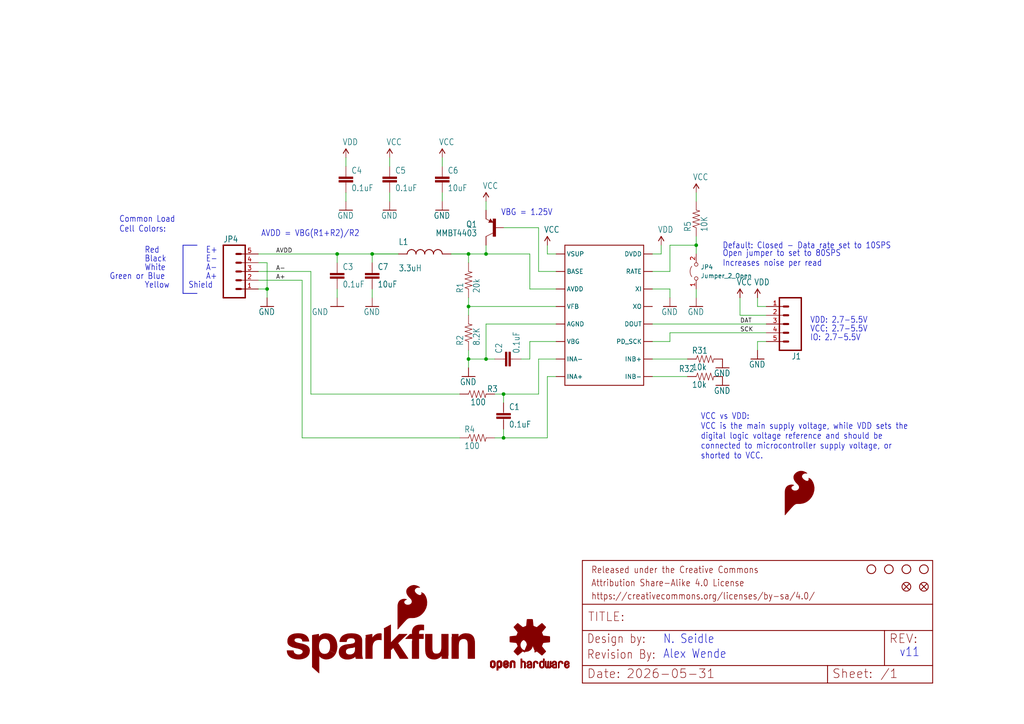
<source format=kicad_sch>
(kicad_sch (version 20230121) (generator eeschema)
  (paper "A4")
  (lib_symbols
    (symbol "Jumper:Jumper_2_Open" (pin_names (offset 0) hide)
      (property "Reference" "JP" (at 0 2.794 0))
      (property "Value" "Jumper_2_Open" (at 0 -2.286 0))
      (symbol "Jumper_2_Open_1_1"
        (pin passive line (at -5.08 0 0) (length 2.54) (name "A") (number "1"))
        (pin passive line (at 5.08 0 180) (length 2.54) (name "B") (number "2"))
      )
    )
    (symbol "SparkFun_HX711_Load_Cell-eagle-import:0.1UF-25V-5%(0603)"
      (property "Reference" "C" (at 1.524 2.921 0))
      (symbol "0.1UF-25V-5%(0603)_1_0"
        (pin passive line (at 0 5.08 270) (length 2.54) (name "1") (number "1"))
        (pin passive line (at 0 -2.54 90) (length 2.54) (name "2") (number "2"))
      )
    )
    (symbol "SparkFun_HX711_Load_Cell-eagle-import:100OHM-1/10W-1%(0603)"
      (property "Reference" "R" (at -3.81 1.4986 0))
      (symbol "100OHM-1/10W-1%(0603)_1_0"
        (pin passive line (at -5.08 0 0) (length 2.54) (name "1") (number "1"))
        (pin passive line (at 5.08 0 180) (length 2.54) (name "2") (number "2"))
      )
    )
    (symbol "SparkFun_HX711_Load_Cell-eagle-import:10KOHM-1/10W-1%(0603)0603"
      (property "Reference" "R" (at -3.81 1.4986 0))
      (symbol "10KOHM-1/10W-1%(0603)0603_1_0"
        (pin passive line (at -5.08 0 0) (length 2.54) (name "1") (number "1"))
        (pin passive line (at 5.08 0 180) (length 2.54) (name "2") (number "2"))
      )
    )
    (symbol "SparkFun_HX711_Load_Cell-eagle-import:10UF50V20%(1210)"
      (property "Reference" "C" (at 1.524 2.921 0))
      (symbol "10UF50V20%(1210)_1_0"
        (pin passive line (at 0 5.08 270) (length 2.54) (name "1") (number "1"))
        (pin passive line (at 0 -2.54 90) (length 2.54) (name "2") (number "2"))
      )
    )
    (symbol "SparkFun_HX711_Load_Cell-eagle-import:20KOHM1/10W1%(0603)"
      (property "Reference" "R" (at -3.81 1.4986 0))
      (symbol "20KOHM1/10W1%(0603)_1_0"
        (pin passive line (at -5.08 0 0) (length 2.54) (name "1") (number "1"))
        (pin passive line (at 5.08 0 180) (length 2.54) (name "2") (number "2"))
      )
    )
    (symbol "SparkFun_HX711_Load_Cell-eagle-import:8.2KOHM-1/10W-5%(0603)"
      (property "Reference" "R" (at -3.81 1.4986 0))
      (symbol "8.2KOHM-1/10W-5%(0603)_1_0"
        (pin passive line (at -5.08 0 0) (length 2.54) (name "1") (number "1"))
        (pin passive line (at 5.08 0 180) (length 2.54) (name "2") (number "2"))
      )
    )
    (symbol "SparkFun_HX711_Load_Cell-eagle-import:FIDUCIAL1X2")
    (symbol "SparkFun_HX711_Load_Cell-eagle-import:FRAME-LETTER"
      (symbol "FRAME-LETTER_2_0"
        (text "${#}/${##}" (at 86.36 1.27 0) (effects (font (size 2.54 2.54)) (justify left bottom)))
        (text "${CURRENT_DATE}" (at 12.7 1.27 0) (effects (font (size 2.54 2.54)) (justify left bottom)))
        (text "${PROJECTNAME}" (at 15.494 17.78 0) (effects (font (size 2.7432 2.7432)) (justify left bottom)))
        (text "Attribution Share-Alike 4.0 License" (at 2.54 27.94 0) (effects (font (size 1.9304 1.6408)) (justify left bottom)))
        (text "Date:" (at 1.27 1.27 0) (effects (font (size 2.54 2.54)) (justify left bottom)))
        (text "Design by:" (at 1.27 11.43 0) (effects (font (size 2.54 2.159)) (justify left bottom)))
        (text "https://creativecommons.org/licenses/by-sa/4.0/" (at 2.54 24.13 0) (effects (font (size 1.9304 1.6408)) (justify left bottom)))
        (text "Released under the Creative Commons" (at 2.54 31.75 0) (effects (font (size 1.9304 1.6408)) (justify left bottom)))
        (text "REV:" (at 88.9 11.43 0) (effects (font (size 2.54 2.54)) (justify left bottom)))
        (text "Sheet:" (at 72.39 1.27 0) (effects (font (size 2.54 2.54)) (justify left bottom)))
        (text "TITLE:" (at 1.524 17.78 0) (effects (font (size 2.54 2.54)) (justify left bottom)))
      )
    )
    (symbol "SparkFun_HX711_Load_Cell-eagle-import:GND" (power)
      (property "Value" "GND" (at -2.54 -2.54 0))
      (symbol "GND_1_0"
        (pin power_in line (at 0 2.54 270) (length 2.54) (name "GND") (number "1"))
      )
    )
    (symbol "SparkFun_HX711_Load_Cell-eagle-import:HX711HX711"
      (symbol "HX711HX711_1_0"
        (pin bidirectional line (at -15.24 17.78 0) (length 2.54) (name "VSUP") (number "1"))
        (pin bidirectional line (at 12.7 -12.7 180) (length 2.54) (name "INB+") (number "10"))
        (pin bidirectional line (at 12.7 -7.62 180) (length 2.54) (name "PD_SCK") (number "11"))
        (pin bidirectional line (at 12.7 -2.54 180) (length 2.54) (name "DOUT") (number "12"))
        (pin bidirectional line (at 12.7 2.54 180) (length 2.54) (name "XO") (number "13"))
        (pin bidirectional line (at 12.7 7.62 180) (length 2.54) (name "XI") (number "14"))
        (pin bidirectional line (at 12.7 12.7 180) (length 2.54) (name "RATE") (number "15"))
        (pin bidirectional line (at 12.7 17.78 180) (length 2.54) (name "DVDD") (number "16"))
        (pin bidirectional line (at -15.24 12.7 0) (length 2.54) (name "BASE") (number "2"))
        (pin bidirectional line (at -15.24 7.62 0) (length 2.54) (name "AVDD") (number "3"))
        (pin bidirectional line (at -15.24 2.54 0) (length 2.54) (name "VFB") (number "4"))
        (pin bidirectional line (at -15.24 -2.54 0) (length 2.54) (name "AGND") (number "5"))
        (pin bidirectional line (at -15.24 -7.62 0) (length 2.54) (name "VBG") (number "6"))
        (pin bidirectional line (at -15.24 -12.7 0) (length 2.54) (name "INA-") (number "7"))
        (pin bidirectional line (at -15.24 -17.78 0) (length 2.54) (name "INA+") (number "8"))
        (pin bidirectional line (at 12.7 -17.78 180) (length 2.54) (name "INB-") (number "9"))
      )
    )
    (symbol "SparkFun_HX711_Load_Cell-eagle-import:INDUCTOR0805-IND"
      (property "Reference" "L" (at 2.54 5.08 0))
      (symbol "INDUCTOR0805-IND_1_0"
        (pin passive line (at 0 7.62 270) (length 2.54) (name "1") (number "1"))
        (pin passive line (at 0 -7.62 90) (length 2.54) (name "2") (number "2"))
      )
    )
    (symbol "SparkFun_HX711_Load_Cell-eagle-import:M05PTH"
      (property "Reference" "J" (at -2.54 8.382 0))
      (symbol "M05PTH_1_0"
        (pin passive line (at 7.62 -5.08 180) (length 5.08) (name "1") (number "1"))
        (pin passive line (at 7.62 -2.54 180) (length 5.08) (name "2") (number "2"))
        (pin passive line (at 7.62 0 180) (length 5.08) (name "3") (number "3"))
        (pin passive line (at 7.62 2.54 180) (length 5.08) (name "4") (number "4"))
        (pin passive line (at 7.62 5.08 180) (length 5.08) (name "5") (number "5"))
      )
    )
    (symbol "SparkFun_HX711_Load_Cell-eagle-import:OSHW-LOGOS")
    (symbol "SparkFun_HX711_Load_Cell-eagle-import:REVISION"
      (symbol "REVISION_1_0"
        (text "Revision By:" (at 0 0 0) (effects (font (size 2.54 2.159)) (justify left bottom)))
      )
    )
    (symbol "SparkFun_HX711_Load_Cell-eagle-import:SFE_LOGO_FLAME.1_INCH")
    (symbol "SparkFun_HX711_Load_Cell-eagle-import:SFE_LOGO_NAME_FLAME.1_INCH")
    (symbol "SparkFun_HX711_Load_Cell-eagle-import:STAND-OFF")
    (symbol "SparkFun_HX711_Load_Cell-eagle-import:TRANSISTOR_PNPMMBT4403"
      (property "Reference" "Q" (at 5.08 0 0))
      (symbol "TRANSISTOR_PNPMMBT4403_1_0"
        (pin passive line (at -2.54 0 0) (length 2.54) (name "B") (number "1"))
        (pin passive line (at 2.54 5.08 270) (length 2.54) (name "E") (number "2"))
        (pin passive line (at 2.54 -5.08 90) (length 2.54) (name "C") (number "3"))
      )
    )
    (symbol "SparkFun_HX711_Load_Cell-eagle-import:VCC" (power)
      (property "Value" "VCC" (at -1.016 3.556 0))
      (symbol "VCC_1_0"
        (pin power_in line (at 0 0 90) (length 2.54) (name "VCC") (number "1"))
      )
    )
    (symbol "SparkFun_HX711_Load_Cell-eagle-import:VDD" (power)
      (property "Value" "VDD" (at -1.016 3.556 0))
      (symbol "VDD_1_0"
        (pin power_in line (at 0 0 90) (length 2.54) (name "VDD") (number "1"))
      )
    )
  )
  (junction (at 97.79 73.66))
  (junction (at 140.97 104.14))
  (junction (at 77.47 83.82))
  (junction (at 146.05 114.3))
  (junction (at 146.05 127))
  (junction (at 135.89 73.66))
  (junction (at 140.97 73.66))
  (junction (at 135.89 88.9))
  (junction (at 107.95 73.66))
  (junction (at 135.89 104.14))
  (junction (at 201.93 71.12))
  (wire (pts (xy 87.63 81.28) (xy 74.93 81.28)) (stroke (width 0.1524)))
  (wire (pts (xy 146.05 127) (xy 143.51 127)) (stroke (width 0.1524)))
  (wire (pts (xy 201.93 71.12) (xy 194.31 71.12)) (stroke (width 0.1524)))
  (wire (pts (xy 194.31 96.52) (xy 222.25 96.52)) (stroke (width 0.1524)))
  (wire (pts (xy 128.27 48.26) (xy 128.27 45.72)) (stroke (width 0.1524)))
  (wire (pts (xy 219.71 86.36) (xy 219.71 88.9)) (stroke (width 0.1524)))
  (wire (pts (xy 90.17 78.74) (xy 74.93 78.74)) (stroke (width 0.1524)))
  (wire (pts (xy 140.97 93.98) (xy 140.97 104.14)) (stroke (width 0.1524)))
  (wire (pts (xy 97.79 83.82) (xy 97.79 86.36)) (stroke (width 0.1524)))
  (wire (pts (xy 113.03 58.42) (xy 113.03 55.88)) (stroke (width 0.1524)))
  (wire (pts (xy 189.23 109.22) (xy 199.39 109.22)) (stroke (width 0.1524)))
  (wire (pts (xy 153.67 73.66) (xy 140.97 73.66)) (stroke (width 0.1524)))
  (polyline (pts (xy 53.086 71.12) (xy 57.15 71.12)) (stroke (width 0.2032) (type solid)))
  (wire (pts (xy 135.89 101.6) (xy 135.89 104.14)) (stroke (width 0.1524)))
  (wire (pts (xy 158.75 71.12) (xy 158.75 73.66)) (stroke (width 0.1524)))
  (wire (pts (xy 161.29 109.22) (xy 158.75 109.22)) (stroke (width 0.1524)))
  (wire (pts (xy 135.89 88.9) (xy 135.89 86.36)) (stroke (width 0.1524)))
  (wire (pts (xy 133.35 127) (xy 87.63 127)) (stroke (width 0.1524)))
  (wire (pts (xy 194.31 71.12) (xy 194.31 78.74)) (stroke (width 0.1524)))
  (wire (pts (xy 128.27 55.88) (xy 128.27 58.42)) (stroke (width 0.1524)))
  (wire (pts (xy 161.29 104.14) (xy 156.21 104.14)) (stroke (width 0.1524)))
  (wire (pts (xy 156.21 66.04) (xy 156.21 78.74)) (stroke (width 0.1524)))
  (wire (pts (xy 140.97 104.14) (xy 135.89 104.14)) (stroke (width 0.1524)))
  (wire (pts (xy 90.17 114.3) (xy 90.17 78.74)) (stroke (width 0.1524)))
  (wire (pts (xy 140.97 58.42) (xy 140.97 60.96)) (stroke (width 0.1524)))
  (wire (pts (xy 133.35 114.3) (xy 90.17 114.3)) (stroke (width 0.1524)))
  (wire (pts (xy 201.93 68.58) (xy 201.93 71.12)) (stroke (width 0.1524)))
  (wire (pts (xy 219.71 88.9) (xy 222.25 88.9)) (stroke (width 0.1524)))
  (wire (pts (xy 194.31 83.82) (xy 194.31 86.36)) (stroke (width 0.1524)))
  (wire (pts (xy 158.75 109.22) (xy 158.75 127)) (stroke (width 0.1524)))
  (wire (pts (xy 194.31 99.06) (xy 194.31 96.52)) (stroke (width 0.1524)))
  (wire (pts (xy 146.05 116.84) (xy 146.05 114.3)) (stroke (width 0.1524)))
  (wire (pts (xy 140.97 71.12) (xy 140.97 73.66)) (stroke (width 0.1524)))
  (wire (pts (xy 191.77 73.66) (xy 191.77 71.12)) (stroke (width 0.1524)))
  (wire (pts (xy 156.21 114.3) (xy 146.05 114.3)) (stroke (width 0.1524)))
  (wire (pts (xy 97.79 73.66) (xy 74.93 73.66)) (stroke (width 0.1524)))
  (wire (pts (xy 146.05 114.3) (xy 143.51 114.3)) (stroke (width 0.1524)))
  (wire (pts (xy 189.23 83.82) (xy 194.31 83.82)) (stroke (width 0.1524)))
  (wire (pts (xy 97.79 76.2) (xy 97.79 73.66)) (stroke (width 0.1524)))
  (wire (pts (xy 158.75 73.66) (xy 161.29 73.66)) (stroke (width 0.1524)))
  (wire (pts (xy 161.29 88.9) (xy 135.89 88.9)) (stroke (width 0.1524)))
  (wire (pts (xy 135.89 76.2) (xy 135.89 73.66)) (stroke (width 0.1524)))
  (wire (pts (xy 161.29 83.82) (xy 153.67 83.82)) (stroke (width 0.1524)))
  (wire (pts (xy 158.75 127) (xy 146.05 127)) (stroke (width 0.1524)))
  (wire (pts (xy 130.81 73.66) (xy 135.89 73.66)) (stroke (width 0.2032)))
  (wire (pts (xy 74.93 83.82) (xy 77.47 83.82)) (stroke (width 0.1524)))
  (wire (pts (xy 189.23 78.74) (xy 194.31 78.74)) (stroke (width 0.1524)))
  (wire (pts (xy 135.89 91.44) (xy 135.89 88.9)) (stroke (width 0.1524)))
  (wire (pts (xy 214.63 91.44) (xy 214.63 86.36)) (stroke (width 0.1524)))
  (wire (pts (xy 107.95 73.66) (xy 97.79 73.66)) (stroke (width 0.1524)))
  (wire (pts (xy 161.29 78.74) (xy 156.21 78.74)) (stroke (width 0.1524)))
  (wire (pts (xy 201.93 83.82) (xy 201.93 86.36)) (stroke (width 0.1524)))
  (wire (pts (xy 107.95 73.66) (xy 115.57 73.66)) (stroke (width 0.2032)))
  (wire (pts (xy 201.93 58.42) (xy 201.93 55.88)) (stroke (width 0.1524)))
  (polyline (pts (xy 53.086 85.09) (xy 57.15 85.09)) (stroke (width 0.2032) (type solid)))
  (wire (pts (xy 153.67 104.14) (xy 151.13 104.14)) (stroke (width 0.1524)))
  (wire (pts (xy 113.03 45.72) (xy 113.03 48.26)) (stroke (width 0.1524)))
  (wire (pts (xy 77.47 83.82) (xy 77.47 86.36)) (stroke (width 0.1524)))
  (wire (pts (xy 189.23 93.98) (xy 222.25 93.98)) (stroke (width 0.1524)))
  (wire (pts (xy 189.23 73.66) (xy 191.77 73.66)) (stroke (width 0.1524)))
  (wire (pts (xy 161.29 93.98) (xy 140.97 93.98)) (stroke (width 0.1524)))
  (wire (pts (xy 201.93 71.12) (xy 201.93 73.66)) (stroke (width 0.1524)))
  (wire (pts (xy 87.63 127) (xy 87.63 81.28)) (stroke (width 0.1524)))
  (wire (pts (xy 156.21 104.14) (xy 156.21 114.3)) (stroke (width 0.1524)))
  (wire (pts (xy 219.71 99.06) (xy 219.71 101.6)) (stroke (width 0.1524)))
  (wire (pts (xy 77.47 76.2) (xy 77.47 83.82)) (stroke (width 0.1524)))
  (wire (pts (xy 146.05 66.04) (xy 156.21 66.04)) (stroke (width 0.1524)))
  (wire (pts (xy 153.67 83.82) (xy 153.67 73.66)) (stroke (width 0.1524)))
  (polyline (pts (xy 53.086 71.12) (xy 53.086 85.09)) (stroke (width 0.2032) (type solid)))
  (wire (pts (xy 146.05 124.46) (xy 146.05 127)) (stroke (width 0.1524)))
  (wire (pts (xy 222.25 99.06) (xy 219.71 99.06)) (stroke (width 0.1524)))
  (wire (pts (xy 153.67 99.06) (xy 153.67 104.14)) (stroke (width 0.1524)))
  (wire (pts (xy 107.95 86.36) (xy 107.95 83.82)) (stroke (width 0.1524)))
  (wire (pts (xy 161.29 99.06) (xy 153.67 99.06)) (stroke (width 0.1524)))
  (wire (pts (xy 189.23 104.14) (xy 199.39 104.14)) (stroke (width 0.1524)))
  (wire (pts (xy 222.25 91.44) (xy 214.63 91.44)) (stroke (width 0.1524)))
  (wire (pts (xy 189.23 99.06) (xy 194.31 99.06)) (stroke (width 0.1524)))
  (wire (pts (xy 74.93 76.2) (xy 77.47 76.2)) (stroke (width 0.1524)))
  (wire (pts (xy 143.51 104.14) (xy 140.97 104.14)) (stroke (width 0.1524)))
  (wire (pts (xy 100.33 45.72) (xy 100.33 48.26)) (stroke (width 0.1524)))
  (wire (pts (xy 100.33 58.42) (xy 100.33 55.88)) (stroke (width 0.1524)))
  (wire (pts (xy 107.95 73.66) (xy 107.95 76.2)) (stroke (width 0.1524)))
  (wire (pts (xy 140.97 73.66) (xy 135.89 73.66)) (stroke (width 0.1524)))
  (wire (pts (xy 135.89 106.68) (xy 135.89 104.14)) (stroke (width 0.1524)))
  (text "AVDD = VBG(R1+R2)/R2" (at 75.692 68.834 0) (effects (font (size 1.778 1.5113)) (justify left bottom)))
  (text "Default: Closed - Data rate set to 10SPS" (at 209.55 72.39 0) (effects (font (size 1.778 1.5113)) (justify left bottom)))
  (text "VCC vs VDD:\nVCC is the main supply voltage, while VDD sets the\ndigital logic voltage reference and should be\nconnected to microcontroller supply voltage, or\nshorted to VCC." (at 203.2 133.35 0) (effects (font (size 1.778 1.5113)) (justify left bottom)))
  (text "E+" (at 59.69 73.66 0) (effects (font (size 1.778 1.5113)) (justify left bottom)))
  (text "Black" (at 41.91 76.2 0) (effects (font (size 1.778 1.5113)) (justify left bottom)))
  (text "N. Seidle" (at 192.278 186.944 0) (effects (font (size 2.54 2.159)) (justify left bottom)))
  (text "A-" (at 59.69 78.74 0) (effects (font (size 1.778 1.5113)) (justify left bottom)))
  (text "Green or Blue" (at 31.75 81.28 0) (effects (font (size 1.778 1.5113)) (justify left bottom)))
  (text "Red" (at 41.91 73.66 0) (effects (font (size 1.778 1.5113)) (justify left bottom)))
  (text "Shield" (at 54.61 83.82 0) (effects (font (size 1.778 1.5113)) (justify left bottom)))
  (text "Yellow" (at 41.91 83.82 0) (effects (font (size 1.778 1.5113)) (justify left bottom)))
  (text "White" (at 41.91 78.74 0) (effects (font (size 1.778 1.5113)) (justify left bottom)))
  (text "IO: 2.7-5.5V" (at 234.95 99.06 0) (effects (font (size 1.778 1.5113)) (justify left bottom)))
  (text "VBG = 1.25V" (at 145.288 62.738 0) (effects (font (size 1.778 1.5113)) (justify left bottom)))
  (text "VDD: 2.7-5.5V" (at 234.95 93.98 0) (effects (font (size 1.778 1.5113)) (justify left bottom)))
  (text "v11" (at 260.858 190.754 0) (effects (font (size 2.54 2.159)) (justify left bottom)))
  (text "Alex Wende" (at 192.278 191.262 0) (effects (font (size 2.54 2.159)) (justify left bottom)))
  (text "Open jumper to set to 80SPS\nIncreases noise per read" (at 209.55 77.47 0) (effects (font (size 1.778 1.5113)) (justify left bottom)))
  (text "Common Load\nCell Colors:" (at 34.544 67.564 0) (effects (font (size 1.778 1.5113)) (justify left bottom)))
  (text "A+" (at 59.69 81.28 0) (effects (font (size 1.778 1.5113)) (justify left bottom)))
  (text "VCC: 2.7-5.5V" (at 234.95 96.52 0) (effects (font (size 1.778 1.5113)) (justify left bottom)))
  (text "E-" (at 59.69 76.2 0) (effects (font (size 1.778 1.5113)) (justify left bottom)))
  (label "SCK" (at 214.63 96.52 0) (effects (font (size 1.2446 1.2446))))
  (label "AVDD" (at 80.01 73.66 0) (effects (font (size 1.2446 1.2446))))
  (label "DAT" (at 214.63 93.98 0) (effects (font (size 1.2446 1.2446))))
  (label "A+" (at 80.01 81.28 0) (effects (font (size 1.2446 1.2446))))
  (label "A-" (at 80.01 78.74 0) (effects (font (size 1.2446 1.2446))))
  (symbol (lib_id "SparkFun_HX711_Load_Cell-eagle-import:GND") (at 107.95 88.9 0) (unit 1)
    (property "Reference" "#GND5" (effects hide))
    (property "Value" "GND" (at 105.41 91.44 0) (effects (font (size 1.778 1.5113)) (justify left bottom)))
    (instances (project "SparkFun_HX711_Load_Cell" (path "" (reference "#GND5") (unit 1))) (project "Adafruit HUZZAH32 ESP32 Feather" (path "" (reference "#GND016") (unit 1))))
  )
  (symbol (lib_id "SparkFun_HX711_Load_Cell-eagle-import:STAND-OFF") (at 267.97 165.1 0) (unit 1)
    (property "Reference" "STANDOFF1" (effects hide))
    (property "Value" "STAND-OFF" (effects hide))
    (property "Footprint" "SparkFun_HX711_Load_Cell:STAND-OFF" (effects hide))
    (instances (project "SparkFun_HX711_Load_Cell" (path "" (reference "STANDOFF1") (unit 1))) (project "Adafruit HUZZAH32 ESP32 Feather" (path "" (reference "STANDOFF4") (unit 1))))
  )
  (symbol (lib_id "SparkFun_HX711_Load_Cell-eagle-import:VCC") (at 158.75 71.12 0) (unit 1)
    (property "Reference" "#SUPPLY3" (effects hide))
    (property "Value" "VCC" (at 157.734 67.564 0) (effects (font (size 1.778 1.5113)) (justify left bottom)))
    (instances (project "SparkFun_HX711_Load_Cell" (path "" (reference "#SUPPLY3") (unit 1))) (project "Adafruit HUZZAH32 ESP32 Feather" (path "" (reference "#SUPPLY026") (unit 1))))
  )
  (symbol (lib_id "SparkFun_HX711_Load_Cell-eagle-import:8.2KOHM-1/10W-5%(0603)") (at 135.89 96.52 90) (unit 1)
    (property "Reference" "R2" (at 134.3914 100.33 0) (effects (font (size 1.778 1.5113)) (justify left bottom)))
    (property "Value" "8.2K" (at 139.192 100.33 0) (effects (font (size 1.778 1.5113)) (justify left bottom)))
    (property "Footprint" "SparkFun_HX711_Load_Cell:0603-RES" (effects hide))
    (instances (project "SparkFun_HX711_Load_Cell" (path "" (reference "R2") (unit 1))) (project "Adafruit HUZZAH32 ESP32 Feather" (path "" (reference "R27") (unit 1))))
  )
  (symbol (lib_id "SparkFun_HX711_Load_Cell-eagle-import:VCC") (at 214.63 86.36 0) (unit 1)
    (property "Reference" "#SUPPLY5" (effects hide))
    (property "Value" "VCC" (at 213.614 82.804 0) (effects (font (size 1.778 1.5113)) (justify left bottom)))
    (instances (project "SparkFun_HX711_Load_Cell" (path "" (reference "#SUPPLY5") (unit 1))) (project "Adafruit HUZZAH32 ESP32 Feather" (path "" (reference "#SUPPLY029") (unit 1))))
  )
  (symbol (lib_id "SparkFun_HX711_Load_Cell-eagle-import:10UF50V20%(1210)") (at 107.95 81.28 0) (unit 1)
    (property "Reference" "C7" (at 109.474 78.359 0) (effects (font (size 1.778 1.5113)) (justify left bottom)))
    (property "Value" "10uF" (at 109.474 83.439 0) (effects (font (size 1.778 1.5113)) (justify left bottom)))
    (property "Footprint" "SparkFun_HX711_Load_Cell:1210" (effects hide))
    (instances (project "SparkFun_HX711_Load_Cell" (path "" (reference "C7") (unit 1))) (project "Adafruit HUZZAH32 ESP32 Feather" (path "" (reference "C14") (unit 1))))
  )
  (symbol (lib_id "SparkFun_HX711_Load_Cell-eagle-import:20KOHM1/10W1%(0603)") (at 204.47 104.14 0) (unit 1)
    (property "Reference" "R31" (at 200.66 102.6414 0) (effects (font (size 1.778 1.5113)) (justify left bottom)))
    (property "Value" "10k" (at 200.66 107.442 0) (effects (font (size 1.778 1.5113)) (justify left bottom)))
    (property "Footprint" "SparkFun_HX711_Load_Cell:0603-RES" (effects hide))
  )
  (symbol (lib_id "SparkFun_HX711_Load_Cell-eagle-import:REVISION") (at 170.18 191.262 0) (unit 1)
    (property "Reference" "U$1" (effects hide))
    (property "Value" "REVISION" (effects hide))
    (property "Footprint" "SparkFun_HX711_Load_Cell:REVISION" (effects hide))
  )
  (symbol (lib_id "SparkFun_HX711_Load_Cell-eagle-import:0.1UF-25V-5%(0603)") (at 100.33 53.34 0) (unit 1)
    (property "Reference" "C4" (at 101.854 50.419 0) (effects (font (size 1.778 1.5113)) (justify left bottom)))
    (property "Value" "0.1uF" (at 101.854 55.499 0) (effects (font (size 1.778 1.5113)) (justify left bottom)))
    (property "Footprint" "SparkFun_HX711_Load_Cell:0603-CAP" (effects hide))
    (instances (project "SparkFun_HX711_Load_Cell" (path "" (reference "C4") (unit 1))) (project "Adafruit HUZZAH32 ESP32 Feather" (path "" (reference "C13") (unit 1))))
  )
  (symbol (lib_id "Jumper:Jumper_2_Open") (at 201.93 78.74 90) (unit 1)
    (property "Reference" "JP4" (at 203.2 77.47 90) (effects (justify right)))
    (property "Value" "Jumper_2_Open" (at 203.2 80.01 90) (effects (justify right)))
    (property "Footprint" "Jumper:SolderJumper-2_P1.3mm_Open_Pad1.0x1.5mm" (effects hide))
  )
  (symbol (lib_id "SparkFun_HX711_Load_Cell-eagle-import:SFE_LOGO_FLAME.1_INCH") (at 227.33 149.86 0) (unit 1)
    (property "Reference" "LOGO3" (effects hide))
    (property "Value" "SFE_LOGO_FLAME.1_INCH" (effects hide))
    (property "Footprint" "SparkFun_HX711_Load_Cell:SFE_LOGO_FLAME_.1" (effects hide))
    (instances (project "SparkFun_HX711_Load_Cell" (path "" (reference "LOGO3") (unit 1))) (project "Adafruit HUZZAH32 ESP32 Feather" (path "" (reference "LOGO4") (unit 1))))
  )
  (symbol (lib_id "SparkFun_HX711_Load_Cell-eagle-import:M05PTH") (at 229.87 93.98 180) (unit 1)
    (property "Reference" "J1" (at 232.41 102.362 0) (effects (font (size 1.778 1.5113)) (justify left bottom)))
    (property "Value" "M05PTH" (effects hide))
    (property "Footprint" "SparkFun_HX711_Load_Cell:1X05" (effects hide))
    (instances (project "SparkFun_HX711_Load_Cell" (path "" (reference "J1") (unit 1))) (project "Adafruit HUZZAH32 ESP32 Feather" (path "" (reference "J5") (unit 1))))
  )
  (symbol (lib_id "SparkFun_HX711_Load_Cell-eagle-import:GND") (at 209.55 111.76 0) (unit 1)
    (property "Reference" "#GND01" (effects hide))
    (property "Value" "GND" (at 207.01 114.3 0) (effects (font (size 1.778 1.5113)) (justify left bottom)))
  )
  (symbol (lib_id "SparkFun_HX711_Load_Cell-eagle-import:SFE_LOGO_NAME_FLAME.1_INCH") (at 82.55 195.58 0) (unit 1)
    (property "Reference" "LOGO1" (effects hide))
    (property "Value" "SFE_LOGO_NAME_FLAME.1_INCH" (effects hide))
    (property "Footprint" "SparkFun_HX711_Load_Cell:SFE_LOGO_NAME_FLAME_.1" (effects hide))
    (instances (project "SparkFun_HX711_Load_Cell" (path "" (reference "LOGO1") (unit 1))) (project "Adafruit HUZZAH32 ESP32 Feather" (path "" (reference "LOGO3") (unit 1))))
  )
  (symbol (lib_id "SparkFun_HX711_Load_Cell-eagle-import:GND") (at 194.31 88.9 0) (unit 1)
    (property "Reference" "#GND2" (effects hide))
    (property "Value" "GND" (at 191.77 91.44 0) (effects (font (size 1.778 1.5113)) (justify left bottom)))
    (instances (project "SparkFun_HX711_Load_Cell" (path "" (reference "#GND2") (unit 1))) (project "Adafruit HUZZAH32 ESP32 Feather" (path "" (reference "#GND020") (unit 1))))
  )
  (symbol (lib_id "SparkFun_HX711_Load_Cell-eagle-import:VCC") (at 113.03 45.72 0) (unit 1)
    (property "Reference" "#SUPPLY7" (effects hide))
    (property "Value" "VCC" (at 112.014 42.164 0) (effects (font (size 1.778 1.5113)) (justify left bottom)))
    (instances (project "SparkFun_HX711_Load_Cell" (path "" (reference "#SUPPLY7") (unit 1))) (project "Adafruit HUZZAH32 ESP32 Feather" (path "" (reference "#SUPPLY023") (unit 1))))
  )
  (symbol (lib_id "SparkFun_HX711_Load_Cell-eagle-import:0.1UF-25V-5%(0603)") (at 148.59 104.14 90) (unit 1)
    (property "Reference" "C2" (at 145.669 102.616 0) (effects (font (size 1.778 1.5113)) (justify left bottom)))
    (property "Value" "0.1uF" (at 150.749 102.616 0) (effects (font (size 1.778 1.5113)) (justify left bottom)))
    (property "Footprint" "SparkFun_HX711_Load_Cell:0603-CAP" (effects hide))
    (instances (project "SparkFun_HX711_Load_Cell" (path "" (reference "C2") (unit 1))) (project "Adafruit HUZZAH32 ESP32 Feather" (path "" (reference "C18") (unit 1))))
  )
  (symbol (lib_id "SparkFun_HX711_Load_Cell-eagle-import:STAND-OFF") (at 262.89 165.1 0) (unit 1)
    (property "Reference" "STANDOFF2" (effects hide))
    (property "Value" "STAND-OFF" (effects hide))
    (property "Footprint" "SparkFun_HX711_Load_Cell:STAND-OFF" (effects hide))
    (instances (project "SparkFun_HX711_Load_Cell" (path "" (reference "STANDOFF2") (unit 1))) (project "Adafruit HUZZAH32 ESP32 Feather" (path "" (reference "STANDOFF3") (unit 1))))
  )
  (symbol (lib_id "SparkFun_HX711_Load_Cell-eagle-import:100OHM-1/10W-1%(0603)") (at 138.43 127 0) (unit 1)
    (property "Reference" "R4" (at 134.62 125.5014 0) (effects (font (size 1.778 1.5113)) (justify left bottom)))
    (property "Value" "100" (at 134.62 130.302 0) (effects (font (size 1.778 1.5113)) (justify left bottom)))
    (property "Footprint" "SparkFun_HX711_Load_Cell:0603-RES" (effects hide))
    (instances (project "SparkFun_HX711_Load_Cell" (path "" (reference "R4") (unit 1))) (project "Adafruit HUZZAH32 ESP32 Feather" (path "" (reference "R29") (unit 1))))
  )
  (symbol (lib_id "SparkFun_HX711_Load_Cell-eagle-import:FRAME-LETTER") (at 168.91 198.12 0) (unit 2)
    (property "Reference" "FRAME1" (effects hide))
    (property "Value" "FRAME-LETTER" (effects hide))
    (property "Footprint" "SparkFun_HX711_Load_Cell:CREATIVE_COMMONS" (effects hide))
    (instances (project "SparkFun_HX711_Load_Cell" (path "" (reference "FRAME1") (unit 2))) (project "Adafruit HUZZAH32 ESP32 Feather" (path "" (reference "FRAME2") (unit 2))))
  )
  (symbol (lib_id "SparkFun_HX711_Load_Cell-eagle-import:100OHM-1/10W-1%(0603)") (at 138.43 114.3 0) (unit 1)
    (property "Reference" "R3" (at 141.224 113.792 0) (effects (font (size 1.778 1.5113)) (justify left bottom)))
    (property "Value" "100" (at 136.398 117.602 0) (effects (font (size 1.778 1.5113)) (justify left bottom)))
    (property "Footprint" "SparkFun_HX711_Load_Cell:0603-RES" (effects hide))
    (instances (project "SparkFun_HX711_Load_Cell" (path "" (reference "R3") (unit 1))) (project "Adafruit HUZZAH32 ESP32 Feather" (path "" (reference "R28") (unit 1))))
  )
  (symbol (lib_id "SparkFun_HX711_Load_Cell-eagle-import:0.1UF-25V-5%(0603)") (at 97.79 81.28 0) (unit 1)
    (property "Reference" "C3" (at 99.314 78.359 0) (effects (font (size 1.778 1.5113)) (justify left bottom)))
    (property "Value" "0.1uF" (at 99.314 83.439 0) (effects (font (size 1.778 1.5113)) (justify left bottom)))
    (property "Footprint" "SparkFun_HX711_Load_Cell:0603-CAP" (effects hide))
    (instances (project "SparkFun_HX711_Load_Cell" (path "" (reference "C3") (unit 1))) (project "Adafruit HUZZAH32 ESP32 Feather" (path "" (reference "C12") (unit 1))))
  )
  (symbol (lib_id "SparkFun_HX711_Load_Cell-eagle-import:10UF50V20%(1210)") (at 128.27 53.34 0) (unit 1)
    (property "Reference" "C6" (at 129.794 50.419 0) (effects (font (size 1.778 1.5113)) (justify left bottom)))
    (property "Value" "10uF" (at 129.794 55.499 0) (effects (font (size 1.778 1.5113)) (justify left bottom)))
    (property "Footprint" "SparkFun_HX711_Load_Cell:1210" (effects hide))
    (instances (project "SparkFun_HX711_Load_Cell" (path "" (reference "C6") (unit 1))) (project "Adafruit HUZZAH32 ESP32 Feather" (path "" (reference "C16") (unit 1))))
  )
  (symbol (lib_id "SparkFun_HX711_Load_Cell-eagle-import:GND") (at 128.27 60.96 0) (unit 1)
    (property "Reference" "#GND3" (effects hide))
    (property "Value" "GND" (at 125.73 63.5 0) (effects (font (size 1.778 1.5113)) (justify left bottom)))
    (instances (project "SparkFun_HX711_Load_Cell" (path "" (reference "#GND3") (unit 1))) (project "Adafruit HUZZAH32 ESP32 Feather" (path "" (reference "#GND018") (unit 1))))
  )
  (symbol (lib_id "SparkFun_HX711_Load_Cell-eagle-import:VCC") (at 140.97 58.42 0) (unit 1)
    (property "Reference" "#SUPPLY1" (effects hide))
    (property "Value" "VCC" (at 139.954 54.864 0) (effects (font (size 1.778 1.5113)) (justify left bottom)))
    (instances (project "SparkFun_HX711_Load_Cell" (path "" (reference "#SUPPLY1") (unit 1))) (project "Adafruit HUZZAH32 ESP32 Feather" (path "" (reference "#SUPPLY025") (unit 1))))
  )
  (symbol (lib_id "SparkFun_HX711_Load_Cell-eagle-import:OSHW-LOGOS") (at 153.67 185.42 0) (unit 1)
    (property "Reference" "U7" (effects hide))
    (property "Value" "OSHW-LOGOS" (effects hide))
    (property "Footprint" "SparkFun_HX711_Load_Cell:OSHW-LOGO-S" (effects hide))
    (instances (project "SparkFun_HX711_Load_Cell" (path "" (reference "U7") (unit 1))) (project "Adafruit HUZZAH32 ESP32 Feather" (path "" (reference "U5") (unit 1))))
  )
  (symbol (lib_id "SparkFun_HX711_Load_Cell-eagle-import:GND") (at 100.33 60.96 0) (unit 1)
    (property "Reference" "#GND10" (effects hide))
    (property "Value" "GND" (at 97.79 63.5 0) (effects (font (size 1.778 1.5113)) (justify left bottom)))
    (instances (project "SparkFun_HX711_Load_Cell" (path "" (reference "#GND10") (unit 1))) (project "Adafruit HUZZAH32 ESP32 Feather" (path "" (reference "#GND015") (unit 1))))
  )
  (symbol (lib_id "SparkFun_HX711_Load_Cell-eagle-import:GND") (at 97.79 88.9 0) (unit 1)
    (property "Reference" "#GND6" (effects hide))
    (property "Value" "GND" (at 95.25 91.44 0) (effects (font (size 1.778 1.5113)) (justify right bottom)))
    (instances (project "SparkFun_HX711_Load_Cell" (path "" (reference "#GND6") (unit 1))) (project "Adafruit HUZZAH32 ESP32 Feather" (path "" (reference "#GND014") (unit 1))))
  )
  (symbol (lib_id "SparkFun_HX711_Load_Cell-eagle-import:VDD") (at 100.33 45.72 0) (unit 1)
    (property "Reference" "#SUPPLY9" (effects hide))
    (property "Value" "VDD" (at 99.314 42.164 0) (effects (font (size 1.778 1.5113)) (justify left bottom)))
    (instances (project "SparkFun_HX711_Load_Cell" (path "" (reference "#SUPPLY9") (unit 1))) (project "Adafruit HUZZAH32 ESP32 Feather" (path "" (reference "#SUPPLY022") (unit 1))))
  )
  (symbol (lib_id "SparkFun_HX711_Load_Cell-eagle-import:TRANSISTOR_PNPMMBT4403") (at 143.51 66.04 0) (mirror y) (unit 1)
    (property "Reference" "Q1" (at 138.43 66.04 0) (effects (font (size 1.778 1.5113)) (justify left bottom)))
    (property "Value" "MMBT4403" (at 138.43 68.58 0) (effects (font (size 1.778 1.5113)) (justify left bottom)))
    (property "Footprint" "SparkFun_HX711_Load_Cell:SOT23-3" (effects hide))
    (instances (project "SparkFun_HX711_Load_Cell" (path "" (reference "Q1") (unit 1))) (project "Adafruit HUZZAH32 ESP32 Feather" (path "" (reference "Q12") (unit 1))))
  )
  (symbol (lib_id "SparkFun_HX711_Load_Cell-eagle-import:0.1UF-25V-5%(0603)") (at 146.05 121.92 0) (unit 1)
    (property "Reference" "C1" (at 147.574 118.999 0) (effects (font (size 1.778 1.5113)) (justify left bottom)))
    (property "Value" "0.1uF" (at 147.574 124.079 0) (effects (font (size 1.778 1.5113)) (justify left bottom)))
    (property "Footprint" "SparkFun_HX711_Load_Cell:0603-CAP" (effects hide))
    (instances (project "SparkFun_HX711_Load_Cell" (path "" (reference "C1") (unit 1))) (project "Adafruit HUZZAH32 ESP32 Feather" (path "" (reference "C17") (unit 1))))
  )
  (symbol (lib_id "SparkFun_HX711_Load_Cell-eagle-import:FIDUCIAL1X2") (at 262.89 170.18 0) (unit 1)
    (property "Reference" "FID2" (effects hide))
    (property "Value" "FIDUCIAL1X2" (effects hide))
    (property "Footprint" "SparkFun_HX711_Load_Cell:FIDUCIAL-1X2" (effects hide))
    (instances (project "SparkFun_HX711_Load_Cell" (path "" (reference "FID2") (unit 1))) (project "Adafruit HUZZAH32 ESP32 Feather" (path "" (reference "FID1") (unit 1))))
  )
  (symbol (lib_id "SparkFun_HX711_Load_Cell-eagle-import:GND") (at 219.71 104.14 0) (unit 1)
    (property "Reference" "#GND1" (effects hide))
    (property "Value" "GND" (at 217.17 106.68 0) (effects (font (size 1.778 1.5113)) (justify left bottom)))
    (instances (project "SparkFun_HX711_Load_Cell" (path "" (reference "#GND1") (unit 1))) (project "Adafruit HUZZAH32 ESP32 Feather" (path "" (reference "#GND022") (unit 1))))
  )
  (symbol (lib_id "SparkFun_HX711_Load_Cell-eagle-import:M05PTH") (at 67.31 78.74 0) (unit 1)
    (property "Reference" "JP4" (at 64.77 70.358 0) (effects (font (size 1.778 1.5113)) (justify left bottom)))
    (property "Value" "M05PTH" (effects hide))
    (property "Footprint" "SparkFun_HX711_Load_Cell:1X05" (effects hide))
    (instances (project "SparkFun_HX711_Load_Cell" (path "" (reference "JP4") (unit 1))) (project "Adafruit HUZZAH32 ESP32 Feather" (path "" (reference "JP7") (unit 1))))
  )
  (symbol (lib_id "SparkFun_HX711_Load_Cell-eagle-import:VCC") (at 128.27 45.72 0) (unit 1)
    (property "Reference" "#SUPPLY2" (effects hide))
    (property "Value" "VCC" (at 127.254 42.164 0) (effects (font (size 1.778 1.5113)) (justify left bottom)))
    (instances (project "SparkFun_HX711_Load_Cell" (path "" (reference "#SUPPLY2") (unit 1))) (project "Adafruit HUZZAH32 ESP32 Feather" (path "" (reference "#SUPPLY024") (unit 1))))
  )
  (symbol (lib_id "SparkFun_HX711_Load_Cell-eagle-import:STAND-OFF") (at 257.81 165.1 0) (unit 1)
    (property "Reference" "STANDOFF3" (effects hide))
    (property "Value" "STAND-OFF" (effects hide))
    (property "Footprint" "SparkFun_HX711_Load_Cell:STAND-OFF" (effects hide))
    (instances (project "SparkFun_HX711_Load_Cell" (path "" (reference "STANDOFF3") (unit 1))) (project "Adafruit HUZZAH32 ESP32 Feather" (path "" (reference "STANDOFF2") (unit 1))))
  )
  (symbol (lib_id "SparkFun_HX711_Load_Cell-eagle-import:GND") (at 77.47 88.9 0) (unit 1)
    (property "Reference" "#GND4" (effects hide))
    (property "Value" "GND" (at 74.93 91.44 0) (effects (font (size 1.778 1.5113)) (justify left bottom)))
    (instances (project "SparkFun_HX711_Load_Cell" (path "" (reference "#GND4") (unit 1))) (project "Adafruit HUZZAH32 ESP32 Feather" (path "" (reference "#GND013") (unit 1))))
  )
  (symbol (lib_id "SparkFun_HX711_Load_Cell-eagle-import:10KOHM-1/10W-1%(0603)0603") (at 201.93 63.5 90) (unit 1)
    (property "Reference" "R5" (at 200.4314 67.31 0) (effects (font (size 1.778 1.5113)) (justify left bottom)))
    (property "Value" "10K" (at 205.232 67.31 0) (effects (font (size 1.778 1.5113)) (justify left bottom)))
    (property "Footprint" "SparkFun_HX711_Load_Cell:0603-RES" (effects hide))
    (instances (project "SparkFun_HX711_Load_Cell" (path "" (reference "R5") (unit 1))) (project "Adafruit HUZZAH32 ESP32 Feather" (path "" (reference "R30") (unit 1))))
  )
  (symbol (lib_id "SparkFun_HX711_Load_Cell-eagle-import:VDD") (at 191.77 71.12 0) (unit 1)
    (property "Reference" "#SUPPLY4" (effects hide))
    (property "Value" "VDD" (at 190.754 67.564 0) (effects (font (size 1.778 1.5113)) (justify left bottom)))
    (instances (project "SparkFun_HX711_Load_Cell" (path "" (reference "#SUPPLY4") (unit 1))) (project "Adafruit HUZZAH32 ESP32 Feather" (path "" (reference "#SUPPLY027") (unit 1))))
  )
  (symbol (lib_id "SparkFun_HX711_Load_Cell-eagle-import:VDD") (at 219.71 86.36 0) (unit 1)
    (property "Reference" "#SUPPLY8" (effects hide))
    (property "Value" "VDD" (at 218.694 82.804 0) (effects (font (size 1.778 1.5113)) (justify left bottom)))
    (instances (project "SparkFun_HX711_Load_Cell" (path "" (reference "#SUPPLY8") (unit 1))) (project "Adafruit HUZZAH32 ESP32 Feather" (path "" (reference "#SUPPLY030") (unit 1))))
  )
  (symbol (lib_id "SparkFun_HX711_Load_Cell-eagle-import:20KOHM1/10W1%(0603)") (at 204.47 109.22 0) (unit 1)
    (property "Reference" "R32" (at 196.85 107.95 0) (effects (font (size 1.778 1.5113)) (justify left bottom)))
    (property "Value" "10k" (at 200.66 112.522 0) (effects (font (size 1.778 1.5113)) (justify left bottom)))
    (property "Footprint" "SparkFun_HX711_Load_Cell:0603-RES" (effects hide))
  )
  (symbol (lib_id "SparkFun_HX711_Load_Cell-eagle-import:FIDUCIAL1X2") (at 267.97 170.18 0) (unit 1)
    (property "Reference" "FID1" (effects hide))
    (property "Value" "FIDUCIAL1X2" (effects hide))
    (property "Footprint" "SparkFun_HX711_Load_Cell:FIDUCIAL-1X2" (effects hide))
    (instances (project "SparkFun_HX711_Load_Cell" (path "" (reference "FID1") (unit 1))) (project "Adafruit HUZZAH32 ESP32 Feather" (path "" (reference "FID2") (unit 1))))
  )
  (symbol (lib_id "SparkFun_HX711_Load_Cell-eagle-import:VCC") (at 201.93 55.88 0) (unit 1)
    (property "Reference" "#SUPPLY6" (effects hide))
    (property "Value" "VCC" (at 200.914 52.324 0) (effects (font (size 1.778 1.5113)) (justify left bottom)))
    (instances (project "SparkFun_HX711_Load_Cell" (path "" (reference "#SUPPLY6") (unit 1))) (project "Adafruit HUZZAH32 ESP32 Feather" (path "" (reference "#SUPPLY028") (unit 1))))
  )
  (symbol (lib_id "SparkFun_HX711_Load_Cell-eagle-import:GND") (at 201.93 88.9 0) (unit 1)
    (property "Reference" "#GND7" (effects hide))
    (property "Value" "GND" (at 199.39 91.44 0) (effects (font (size 1.778 1.5113)) (justify left bottom)))
    (instances (project "SparkFun_HX711_Load_Cell" (path "" (reference "#GND7") (unit 1))) (project "Adafruit HUZZAH32 ESP32 Feather" (path "" (reference "#GND021") (unit 1))))
  )
  (symbol (lib_id "SparkFun_HX711_Load_Cell-eagle-import:STAND-OFF") (at 252.73 165.1 0) (unit 1)
    (property "Reference" "STANDOFF4" (effects hide))
    (property "Value" "STAND-OFF" (effects hide))
    (property "Footprint" "SparkFun_HX711_Load_Cell:STAND-OFF" (effects hide))
    (instances (project "SparkFun_HX711_Load_Cell" (path "" (reference "STANDOFF4") (unit 1))) (project "Adafruit HUZZAH32 ESP32 Feather" (path "" (reference "STANDOFF1") (unit 1))))
  )
  (symbol (lib_id "SparkFun_HX711_Load_Cell-eagle-import:GND") (at 113.03 60.96 0) (unit 1)
    (property "Reference" "#GND8" (effects hide))
    (property "Value" "GND" (at 110.49 63.5 0) (effects (font (size 1.778 1.5113)) (justify left bottom)))
    (instances (project "SparkFun_HX711_Load_Cell" (path "" (reference "#GND8") (unit 1))) (project "Adafruit HUZZAH32 ESP32 Feather" (path "" (reference "#GND017") (unit 1))))
  )
  (symbol (lib_id "SparkFun_HX711_Load_Cell-eagle-import:GND") (at 135.89 109.22 0) (unit 1)
    (property "Reference" "#GND9" (effects hide))
    (property "Value" "GND" (at 133.35 111.76 0) (effects (font (size 1.778 1.5113)) (justify left bottom)))
    (instances (project "SparkFun_HX711_Load_Cell" (path "" (reference "#GND9") (unit 1))) (project "Adafruit HUZZAH32 ESP32 Feather" (path "" (reference "#GND019") (unit 1))))
  )
  (symbol (lib_id "SparkFun_HX711_Load_Cell-eagle-import:INDUCTOR0805-IND") (at 123.19 73.66 90) (unit 1)
    (property "Reference" "L1" (at 115.57 71.12 90) (effects (font (size 1.778 1.5113)) (justify right top)))
    (property "Value" "3.3uH" (at 115.57 78.74 90) (effects (font (size 1.778 1.5113)) (justify right top)))
    (property "Footprint" "SparkFun_HX711_Load_Cell:0805" (effects hide))
  )
  (symbol (lib_id "SparkFun_HX711_Load_Cell-eagle-import:GND") (at 209.55 106.68 0) (unit 1)
    (property "Reference" "#GND08" (effects hide))
    (property "Value" "GND" (at 207.01 109.22 0) (effects (font (size 1.778 1.5113)) (justify left bottom)))
  )
  (symbol (lib_id "SparkFun_HX711_Load_Cell-eagle-import:HX711HX711") (at 176.53 91.44 0) (unit 1)
    (property "Reference" "U1" (effects hide))
    (property "Value" "HX711HX711" (effects hide))
    (property "Footprint" "SparkFun_HX711_Load_Cell:SO16" (effects hide))
    (instances (project "SparkFun_HX711_Load_Cell" (path "" (reference "U1") (unit 1))) (project "Adafruit HUZZAH32 ESP32 Feather" (path "" (reference "U6") (unit 1))))
  )
  (symbol (lib_id "SparkFun_HX711_Load_Cell-eagle-import:0.1UF-25V-5%(0603)") (at 113.03 53.34 0) (unit 1)
    (property "Reference" "C5" (at 114.554 50.419 0) (effects (font (size 1.778 1.5113)) (justify left bottom)))
    (property "Value" "0.1uF" (at 114.554 55.499 0) (effects (font (size 1.778 1.5113)) (justify left bottom)))
    (property "Footprint" "SparkFun_HX711_Load_Cell:0603-CAP" (effects hide))
    (instances (project "SparkFun_HX711_Load_Cell" (path "" (reference "C5") (unit 1))) (project "Adafruit HUZZAH32 ESP32 Feather" (path "" (reference "C15") (unit 1))))
  )
  (symbol (lib_id "SparkFun_HX711_Load_Cell-eagle-import:20KOHM1/10W1%(0603)") (at 135.89 81.28 90) (unit 1)
    (property "Reference" "R1" (at 134.3914 85.09 0) (effects (font (size 1.778 1.5113)) (justify left bottom)))
    (property "Value" "20k" (at 139.192 85.09 0) (effects (font (size 1.778 1.5113)) (justify left bottom)))
    (property "Footprint" "SparkFun_HX711_Load_Cell:0603-RES" (effects hide))
    (instances (project "SparkFun_HX711_Load_Cell" (path "" (reference "R1") (unit 1))) (project "Adafruit HUZZAH32 ESP32 Feather" (path "" (reference "R26") (unit 1))))
  )
)
</source>
